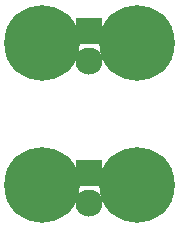
<source format=gbs>
G04 #@! TF.FileFunction,Soldermask,Bot*
%FSLAX46Y46*%
G04 Gerber Fmt 4.6, Leading zero omitted, Abs format (unit mm)*
G04 Created by KiCad (PCBNEW 4.0.1-3.201512221402+6198~38~ubuntu14.04.1-stable) date Tue 01 Mar 2016 11:18:42 AM PST*
%MOMM*%
G01*
G04 APERTURE LIST*
%ADD10C,0.100000*%
%ADD11R,2.200000X2.300000*%
%ADD12C,2.300000*%
%ADD13C,6.400000*%
G04 APERTURE END LIST*
D10*
D11*
X131500000Y-84500000D03*
D12*
X131487800Y-87024000D03*
D13*
X135500000Y-85500000D03*
X127500000Y-85500000D03*
D11*
X131500000Y-96500000D03*
D12*
X131487800Y-99024000D03*
D13*
X135500000Y-97500000D03*
X127500000Y-97500000D03*
M02*

</source>
